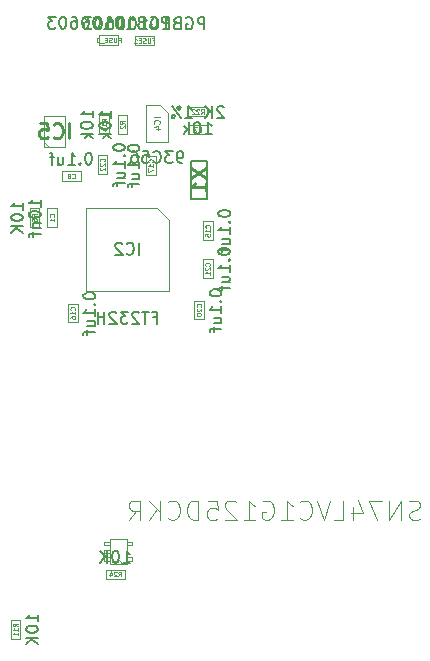
<source format=gbr>
G04 #@! TF.GenerationSoftware,KiCad,Pcbnew,(5.1.5-0-10_14)*
G04 #@! TF.CreationDate,2020-04-01T16:07:59-07:00*
G04 #@! TF.ProjectId,raptor,72617074-6f72-42e6-9b69-6361645f7063,rev?*
G04 #@! TF.SameCoordinates,Original*
G04 #@! TF.FileFunction,Other,Fab,Bot*
%FSLAX46Y46*%
G04 Gerber Fmt 4.6, Leading zero omitted, Abs format (unit mm)*
G04 Created by KiCad (PCBNEW (5.1.5-0-10_14)) date 2020-04-01 16:07:59*
%MOMM*%
%LPD*%
G04 APERTURE LIST*
%ADD10C,0.100000*%
%ADD11C,0.200000*%
%ADD12C,0.015000*%
%ADD13C,0.150000*%
%ADD14C,0.060000*%
%ADD15C,0.254000*%
%ADD16C,0.075000*%
G04 APERTURE END LIST*
D10*
X147944800Y-131866800D02*
G75*
G03X147335200Y-131866800I-304800J0D01*
G01*
X148833800Y-131587400D02*
X148351200Y-131587400D01*
X148833800Y-131308000D02*
X148833800Y-131587400D01*
X148351200Y-131308000D02*
X148833800Y-131308000D01*
X148351200Y-131587400D02*
X148351200Y-131308000D01*
X148351200Y-131866800D02*
X148351200Y-131587400D01*
X148833800Y-130292000D02*
X148351200Y-130292000D01*
X148833800Y-130012600D02*
X148833800Y-130292000D01*
X148351200Y-130012600D02*
X148833800Y-130012600D01*
X146446200Y-130012600D02*
X146928800Y-130012600D01*
X146446200Y-130292000D02*
X146446200Y-130012600D01*
X146928800Y-130292000D02*
X146446200Y-130292000D01*
X146928800Y-130012600D02*
X146928800Y-130292000D01*
X146928800Y-129733200D02*
X146928800Y-130012600D01*
X146446200Y-130647600D02*
X146928800Y-130647600D01*
X146446200Y-130952400D02*
X146446200Y-130647600D01*
X146928800Y-130952400D02*
X146446200Y-130952400D01*
X146446200Y-131308000D02*
X146928800Y-131308000D01*
X146446200Y-131587400D02*
X146446200Y-131308000D01*
X146928800Y-131587400D02*
X146446200Y-131587400D01*
X146928800Y-130647600D02*
X146928800Y-130292000D01*
X146928800Y-130952400D02*
X146928800Y-130647600D01*
X146928800Y-131308000D02*
X146928800Y-130952400D01*
X146928800Y-131587400D02*
X146928800Y-131308000D01*
X146928800Y-131866800D02*
X146928800Y-131587400D01*
X147335200Y-131866800D02*
X146928800Y-131866800D01*
X147944800Y-131866800D02*
X147335200Y-131866800D01*
X148351200Y-131866800D02*
X147944800Y-131866800D01*
X148351200Y-130292000D02*
X148351200Y-131308000D01*
X148351200Y-130012600D02*
X148351200Y-130292000D01*
X148351200Y-129733200D02*
X148351200Y-130012600D01*
X146928800Y-129733200D02*
X148351200Y-129733200D01*
X148180000Y-132340000D02*
X146580000Y-132340000D01*
X148180000Y-133140000D02*
X148180000Y-132340000D01*
X146580000Y-133140000D02*
X148180000Y-133140000D01*
X146580000Y-132340000D02*
X146580000Y-133140000D01*
X139338000Y-138214000D02*
X139338000Y-136614000D01*
X138538000Y-138214000D02*
X139338000Y-138214000D01*
X138538000Y-136614000D02*
X138538000Y-138214000D01*
X139338000Y-136614000D02*
X138538000Y-136614000D01*
X153570000Y-93980000D02*
X155170000Y-93980000D01*
X153570000Y-93180000D02*
X153570000Y-93980000D01*
X155170000Y-93180000D02*
X153570000Y-93180000D01*
X155170000Y-93980000D02*
X155170000Y-93180000D01*
X141340000Y-96150000D02*
X141740000Y-96550000D01*
X141340000Y-93950000D02*
X141340000Y-96550000D01*
X143140000Y-93950000D02*
X141340000Y-93950000D01*
X143140000Y-96550000D02*
X143140000Y-93950000D01*
X141340000Y-96550000D02*
X143140000Y-96550000D01*
D11*
X153830000Y-100950000D02*
X155130000Y-100950000D01*
X153830000Y-97750000D02*
X153830000Y-100950000D01*
X155130000Y-97750000D02*
X153830000Y-97750000D01*
X155130000Y-100950000D02*
X155130000Y-97750000D01*
D10*
X141630000Y-103350000D02*
X142430000Y-103350000D01*
X142430000Y-103350000D02*
X142430000Y-101750000D01*
X142430000Y-101750000D02*
X141630000Y-101750000D01*
X141630000Y-101750000D02*
X141630000Y-103350000D01*
X142850000Y-98630000D02*
X142850000Y-99430000D01*
X142850000Y-99430000D02*
X144450000Y-99430000D01*
X144450000Y-99430000D02*
X144450000Y-98630000D01*
X144450000Y-98630000D02*
X142850000Y-98630000D01*
X155620000Y-104450000D02*
X155620000Y-102850000D01*
X154820000Y-104450000D02*
X155620000Y-104450000D01*
X154820000Y-102850000D02*
X154820000Y-104450000D01*
X155620000Y-102850000D02*
X154820000Y-102850000D01*
X144198600Y-109818600D02*
X143398600Y-109818600D01*
X143398600Y-109818600D02*
X143398600Y-111418600D01*
X143398600Y-111418600D02*
X144198600Y-111418600D01*
X144198600Y-111418600D02*
X144198600Y-109818600D01*
X150002600Y-98921800D02*
X150802600Y-98921800D01*
X150802600Y-98921800D02*
X150802600Y-97321800D01*
X150802600Y-97321800D02*
X150002600Y-97321800D01*
X150002600Y-97321800D02*
X150002600Y-98921800D01*
X154879300Y-109564600D02*
X154079300Y-109564600D01*
X154079300Y-109564600D02*
X154079300Y-111164600D01*
X154079300Y-111164600D02*
X154879300Y-111164600D01*
X154879300Y-111164600D02*
X154879300Y-109564600D01*
X155610000Y-107670000D02*
X155610000Y-106070000D01*
X154810000Y-107670000D02*
X155610000Y-107670000D01*
X154810000Y-106070000D02*
X154810000Y-107670000D01*
X155610000Y-106070000D02*
X154810000Y-106070000D01*
X146703040Y-98845600D02*
X146703040Y-97245600D01*
X145903040Y-98845600D02*
X146703040Y-98845600D01*
X145903040Y-97245600D02*
X145903040Y-98845600D01*
X146703040Y-97245600D02*
X145903040Y-97245600D01*
X150640000Y-87170000D02*
X149040000Y-87170000D01*
X150640000Y-87970000D02*
X150640000Y-87170000D01*
X149040000Y-87970000D02*
X150640000Y-87970000D01*
X149040000Y-87170000D02*
X149040000Y-87970000D01*
X146020000Y-87120000D02*
X146020000Y-87920000D01*
X146020000Y-87920000D02*
X147620000Y-87920000D01*
X147620000Y-87920000D02*
X147620000Y-87120000D01*
X147620000Y-87120000D02*
X146020000Y-87120000D01*
X150908600Y-101716100D02*
X144908600Y-101716100D01*
X144908600Y-101716100D02*
X144908600Y-108716100D01*
X144908600Y-108716100D02*
X151908600Y-108716100D01*
X151908600Y-108716100D02*
X151908600Y-102716100D01*
X151908600Y-102716100D02*
X150908600Y-101716100D01*
X151819700Y-93650000D02*
X151169700Y-93000000D01*
X150019700Y-93000000D02*
X151169700Y-93000000D01*
X151819700Y-93650000D02*
X151819700Y-96100000D01*
X150019700Y-96100000D02*
X151819700Y-96100000D01*
X150019700Y-93000000D02*
X150019700Y-96100000D01*
X147590000Y-95470000D02*
X148390000Y-95470000D01*
X148390000Y-95470000D02*
X148390000Y-93870000D01*
X148390000Y-93870000D02*
X147590000Y-93870000D01*
X147590000Y-93870000D02*
X147590000Y-95470000D01*
X140137240Y-103356640D02*
X140937240Y-103356640D01*
X140937240Y-103356640D02*
X140937240Y-101756640D01*
X140937240Y-101756640D02*
X140137240Y-101756640D01*
X140137240Y-101756640D02*
X140137240Y-103356640D01*
X155160000Y-94700000D02*
X153560000Y-94700000D01*
X155160000Y-95500000D02*
X155160000Y-94700000D01*
X153560000Y-95500000D02*
X155160000Y-95500000D01*
X153560000Y-94700000D02*
X153560000Y-95500000D01*
X146038760Y-93852400D02*
X146038760Y-95452400D01*
X146838760Y-93852400D02*
X146038760Y-93852400D01*
X146838760Y-95452400D02*
X146838760Y-93852400D01*
X146038760Y-95452400D02*
X146838760Y-95452400D01*
D12*
X173167340Y-128058123D02*
X172932876Y-128136277D01*
X172542104Y-128136277D01*
X172385795Y-128058123D01*
X172307640Y-127979968D01*
X172229486Y-127823659D01*
X172229486Y-127667350D01*
X172307640Y-127511041D01*
X172385795Y-127432887D01*
X172542104Y-127354732D01*
X172854722Y-127276578D01*
X173011031Y-127198423D01*
X173089185Y-127120269D01*
X173167340Y-126963960D01*
X173167340Y-126807651D01*
X173089185Y-126651342D01*
X173011031Y-126573188D01*
X172854722Y-126495033D01*
X172463949Y-126495033D01*
X172229486Y-126573188D01*
X171526096Y-128136277D02*
X171526096Y-126495033D01*
X170588242Y-128136277D01*
X170588242Y-126495033D01*
X169963006Y-126495033D02*
X168868843Y-126495033D01*
X169572234Y-128136277D01*
X167540217Y-127042114D02*
X167540217Y-128136277D01*
X167930990Y-126416879D02*
X168321762Y-127589196D01*
X167305754Y-127589196D01*
X165898973Y-128136277D02*
X166680518Y-128136277D01*
X166680518Y-126495033D01*
X165586355Y-126495033D02*
X165039274Y-128136277D01*
X164492193Y-126495033D01*
X163007258Y-127979968D02*
X163085412Y-128058123D01*
X163319876Y-128136277D01*
X163476184Y-128136277D01*
X163710648Y-128058123D01*
X163866957Y-127901814D01*
X163945111Y-127745505D01*
X164023266Y-127432887D01*
X164023266Y-127198423D01*
X163945111Y-126885805D01*
X163866957Y-126729496D01*
X163710648Y-126573188D01*
X163476184Y-126495033D01*
X163319876Y-126495033D01*
X163085412Y-126573188D01*
X163007258Y-126651342D01*
X161444168Y-128136277D02*
X162382022Y-128136277D01*
X161913095Y-128136277D02*
X161913095Y-126495033D01*
X162069404Y-126729496D01*
X162225713Y-126885805D01*
X162382022Y-126963960D01*
X159881079Y-126573188D02*
X160037388Y-126495033D01*
X160271851Y-126495033D01*
X160506314Y-126573188D01*
X160662623Y-126729496D01*
X160740778Y-126885805D01*
X160818932Y-127198423D01*
X160818932Y-127432887D01*
X160740778Y-127745505D01*
X160662623Y-127901814D01*
X160506314Y-128058123D01*
X160271851Y-128136277D01*
X160115542Y-128136277D01*
X159881079Y-128058123D01*
X159802924Y-127979968D01*
X159802924Y-127432887D01*
X160115542Y-127432887D01*
X158239835Y-128136277D02*
X159177688Y-128136277D01*
X158708761Y-128136277D02*
X158708761Y-126495033D01*
X158865070Y-126729496D01*
X159021379Y-126885805D01*
X159177688Y-126963960D01*
X157614599Y-126651342D02*
X157536444Y-126573188D01*
X157380135Y-126495033D01*
X156989363Y-126495033D01*
X156833054Y-126573188D01*
X156754900Y-126651342D01*
X156676745Y-126807651D01*
X156676745Y-126963960D01*
X156754900Y-127198423D01*
X157692753Y-128136277D01*
X156676745Y-128136277D01*
X155191810Y-126495033D02*
X155973355Y-126495033D01*
X156051509Y-127276578D01*
X155973355Y-127198423D01*
X155817046Y-127120269D01*
X155426273Y-127120269D01*
X155269964Y-127198423D01*
X155191810Y-127276578D01*
X155113656Y-127432887D01*
X155113656Y-127823659D01*
X155191810Y-127979968D01*
X155269964Y-128058123D01*
X155426273Y-128136277D01*
X155817046Y-128136277D01*
X155973355Y-128058123D01*
X156051509Y-127979968D01*
X154410265Y-128136277D02*
X154410265Y-126495033D01*
X154019493Y-126495033D01*
X153785029Y-126573188D01*
X153628720Y-126729496D01*
X153550566Y-126885805D01*
X153472412Y-127198423D01*
X153472412Y-127432887D01*
X153550566Y-127745505D01*
X153628720Y-127901814D01*
X153785029Y-128058123D01*
X154019493Y-128136277D01*
X154410265Y-128136277D01*
X151831168Y-127979968D02*
X151909322Y-128058123D01*
X152143785Y-128136277D01*
X152300094Y-128136277D01*
X152534558Y-128058123D01*
X152690867Y-127901814D01*
X152769021Y-127745505D01*
X152847176Y-127432887D01*
X152847176Y-127198423D01*
X152769021Y-126885805D01*
X152690867Y-126729496D01*
X152534558Y-126573188D01*
X152300094Y-126495033D01*
X152143785Y-126495033D01*
X151909322Y-126573188D01*
X151831168Y-126651342D01*
X151127777Y-128136277D02*
X151127777Y-126495033D01*
X150189924Y-128136277D02*
X150893314Y-127198423D01*
X150189924Y-126495033D02*
X151127777Y-127432887D01*
X148548680Y-128136277D02*
X149095761Y-127354732D01*
X149486533Y-128136277D02*
X149486533Y-126495033D01*
X148861297Y-126495033D01*
X148704988Y-126573188D01*
X148626834Y-126651342D01*
X148548680Y-126807651D01*
X148548680Y-127042114D01*
X148626834Y-127198423D01*
X148704988Y-127276578D01*
X148861297Y-127354732D01*
X149486533Y-127354732D01*
D13*
X148070476Y-131762380D02*
X148641904Y-131762380D01*
X148356190Y-131762380D02*
X148356190Y-130762380D01*
X148451428Y-130905238D01*
X148546666Y-131000476D01*
X148641904Y-131048095D01*
X147451428Y-130762380D02*
X147356190Y-130762380D01*
X147260952Y-130810000D01*
X147213333Y-130857619D01*
X147165714Y-130952857D01*
X147118095Y-131143333D01*
X147118095Y-131381428D01*
X147165714Y-131571904D01*
X147213333Y-131667142D01*
X147260952Y-131714761D01*
X147356190Y-131762380D01*
X147451428Y-131762380D01*
X147546666Y-131714761D01*
X147594285Y-131667142D01*
X147641904Y-131571904D01*
X147689523Y-131381428D01*
X147689523Y-131143333D01*
X147641904Y-130952857D01*
X147594285Y-130857619D01*
X147546666Y-130810000D01*
X147451428Y-130762380D01*
X146689523Y-131762380D02*
X146689523Y-130762380D01*
X146118095Y-131762380D02*
X146546666Y-131190952D01*
X146118095Y-130762380D02*
X146689523Y-131333809D01*
D14*
X147637142Y-132920952D02*
X147770476Y-132730476D01*
X147865714Y-132920952D02*
X147865714Y-132520952D01*
X147713333Y-132520952D01*
X147675238Y-132540000D01*
X147656190Y-132559047D01*
X147637142Y-132597142D01*
X147637142Y-132654285D01*
X147656190Y-132692380D01*
X147675238Y-132711428D01*
X147713333Y-132730476D01*
X147865714Y-132730476D01*
X147484761Y-132559047D02*
X147465714Y-132540000D01*
X147427619Y-132520952D01*
X147332380Y-132520952D01*
X147294285Y-132540000D01*
X147275238Y-132559047D01*
X147256190Y-132597142D01*
X147256190Y-132635238D01*
X147275238Y-132692380D01*
X147503809Y-132920952D01*
X147256190Y-132920952D01*
X146913333Y-132654285D02*
X146913333Y-132920952D01*
X147008571Y-132501904D02*
X147103809Y-132787619D01*
X146856190Y-132787619D01*
D13*
X140820380Y-136723523D02*
X140820380Y-136152095D01*
X140820380Y-136437809D02*
X139820380Y-136437809D01*
X139963238Y-136342571D01*
X140058476Y-136247333D01*
X140106095Y-136152095D01*
X139820380Y-137342571D02*
X139820380Y-137437809D01*
X139868000Y-137533047D01*
X139915619Y-137580666D01*
X140010857Y-137628285D01*
X140201333Y-137675904D01*
X140439428Y-137675904D01*
X140629904Y-137628285D01*
X140725142Y-137580666D01*
X140772761Y-137533047D01*
X140820380Y-137437809D01*
X140820380Y-137342571D01*
X140772761Y-137247333D01*
X140725142Y-137199714D01*
X140629904Y-137152095D01*
X140439428Y-137104476D01*
X140201333Y-137104476D01*
X140010857Y-137152095D01*
X139915619Y-137199714D01*
X139868000Y-137247333D01*
X139820380Y-137342571D01*
X140820380Y-138104476D02*
X139820380Y-138104476D01*
X140820380Y-138675904D02*
X140248952Y-138247333D01*
X139820380Y-138675904D02*
X140391809Y-138104476D01*
D14*
X139118952Y-137156857D02*
X138928476Y-137023523D01*
X139118952Y-136928285D02*
X138718952Y-136928285D01*
X138718952Y-137080666D01*
X138738000Y-137118761D01*
X138757047Y-137137809D01*
X138795142Y-137156857D01*
X138852285Y-137156857D01*
X138890380Y-137137809D01*
X138909428Y-137118761D01*
X138928476Y-137080666D01*
X138928476Y-136928285D01*
X139118952Y-137537809D02*
X139118952Y-137309238D01*
X139118952Y-137423523D02*
X138718952Y-137423523D01*
X138776095Y-137385428D01*
X138814190Y-137347333D01*
X138833238Y-137309238D01*
X139118952Y-137918761D02*
X139118952Y-137690190D01*
X139118952Y-137804476D02*
X138718952Y-137804476D01*
X138776095Y-137766380D01*
X138814190Y-137728285D01*
X138833238Y-137690190D01*
D13*
X154965238Y-95462380D02*
X155536666Y-95462380D01*
X155250952Y-95462380D02*
X155250952Y-94462380D01*
X155346190Y-94605238D01*
X155441428Y-94700476D01*
X155536666Y-94748095D01*
X154346190Y-94462380D02*
X154250952Y-94462380D01*
X154155714Y-94510000D01*
X154108095Y-94557619D01*
X154060476Y-94652857D01*
X154012857Y-94843333D01*
X154012857Y-95081428D01*
X154060476Y-95271904D01*
X154108095Y-95367142D01*
X154155714Y-95414761D01*
X154250952Y-95462380D01*
X154346190Y-95462380D01*
X154441428Y-95414761D01*
X154489047Y-95367142D01*
X154536666Y-95271904D01*
X154584285Y-95081428D01*
X154584285Y-94843333D01*
X154536666Y-94652857D01*
X154489047Y-94557619D01*
X154441428Y-94510000D01*
X154346190Y-94462380D01*
X153584285Y-95462380D02*
X153584285Y-94462380D01*
X153489047Y-95081428D02*
X153203333Y-95462380D01*
X153203333Y-94795714D02*
X153584285Y-95176666D01*
D14*
X154627142Y-93760952D02*
X154760476Y-93570476D01*
X154855714Y-93760952D02*
X154855714Y-93360952D01*
X154703333Y-93360952D01*
X154665238Y-93380000D01*
X154646190Y-93399047D01*
X154627142Y-93437142D01*
X154627142Y-93494285D01*
X154646190Y-93532380D01*
X154665238Y-93551428D01*
X154703333Y-93570476D01*
X154855714Y-93570476D01*
X154474761Y-93399047D02*
X154455714Y-93380000D01*
X154417619Y-93360952D01*
X154322380Y-93360952D01*
X154284285Y-93380000D01*
X154265238Y-93399047D01*
X154246190Y-93437142D01*
X154246190Y-93475238D01*
X154265238Y-93532380D01*
X154493809Y-93760952D01*
X154246190Y-93760952D01*
X154093809Y-93399047D02*
X154074761Y-93380000D01*
X154036666Y-93360952D01*
X153941428Y-93360952D01*
X153903333Y-93380000D01*
X153884285Y-93399047D01*
X153865238Y-93437142D01*
X153865238Y-93475238D01*
X153884285Y-93532380D01*
X154112857Y-93760952D01*
X153865238Y-93760952D01*
D15*
X143479761Y-95824523D02*
X143479761Y-94554523D01*
X142149285Y-95703571D02*
X142209761Y-95764047D01*
X142391190Y-95824523D01*
X142512142Y-95824523D01*
X142693571Y-95764047D01*
X142814523Y-95643095D01*
X142875000Y-95522142D01*
X142935476Y-95280238D01*
X142935476Y-95098809D01*
X142875000Y-94856904D01*
X142814523Y-94735952D01*
X142693571Y-94615000D01*
X142512142Y-94554523D01*
X142391190Y-94554523D01*
X142209761Y-94615000D01*
X142149285Y-94675476D01*
X141000238Y-94554523D02*
X141605000Y-94554523D01*
X141665476Y-95159285D01*
X141605000Y-95098809D01*
X141484047Y-95038333D01*
X141181666Y-95038333D01*
X141060714Y-95098809D01*
X141000238Y-95159285D01*
X140939761Y-95280238D01*
X140939761Y-95582619D01*
X141000238Y-95703571D01*
X141060714Y-95764047D01*
X141181666Y-95824523D01*
X141484047Y-95824523D01*
X141605000Y-95764047D01*
X141665476Y-95703571D01*
X153784523Y-98321904D02*
X155054523Y-99168571D01*
X153784523Y-99168571D02*
X155054523Y-98321904D01*
X155054523Y-100317619D02*
X155054523Y-99591904D01*
X155054523Y-99954761D02*
X153784523Y-99954761D01*
X153965952Y-99833809D01*
X154086904Y-99712857D01*
X154147380Y-99591904D01*
D13*
X141052380Y-101621428D02*
X141052380Y-101050000D01*
X141052380Y-101335714D02*
X140052380Y-101335714D01*
X140195238Y-101240476D01*
X140290476Y-101145238D01*
X140338095Y-101050000D01*
X140052380Y-102240476D02*
X140052380Y-102335714D01*
X140100000Y-102430952D01*
X140147619Y-102478571D01*
X140242857Y-102526190D01*
X140433333Y-102573809D01*
X140671428Y-102573809D01*
X140861904Y-102526190D01*
X140957142Y-102478571D01*
X141004761Y-102430952D01*
X141052380Y-102335714D01*
X141052380Y-102240476D01*
X141004761Y-102145238D01*
X140957142Y-102097619D01*
X140861904Y-102050000D01*
X140671428Y-102002380D01*
X140433333Y-102002380D01*
X140242857Y-102050000D01*
X140147619Y-102097619D01*
X140100000Y-102145238D01*
X140052380Y-102240476D01*
X140385714Y-103002380D02*
X141052380Y-103002380D01*
X140480952Y-103002380D02*
X140433333Y-103050000D01*
X140385714Y-103145238D01*
X140385714Y-103288095D01*
X140433333Y-103383333D01*
X140528571Y-103430952D01*
X141052380Y-103430952D01*
X140385714Y-103764285D02*
X140385714Y-104145238D01*
X141052380Y-103907142D02*
X140195238Y-103907142D01*
X140100000Y-103954761D01*
X140052380Y-104050000D01*
X140052380Y-104145238D01*
D14*
X142172857Y-102483333D02*
X142191904Y-102464285D01*
X142210952Y-102407142D01*
X142210952Y-102369047D01*
X142191904Y-102311904D01*
X142153809Y-102273809D01*
X142115714Y-102254761D01*
X142039523Y-102235714D01*
X141982380Y-102235714D01*
X141906190Y-102254761D01*
X141868095Y-102273809D01*
X141830000Y-102311904D01*
X141810952Y-102369047D01*
X141810952Y-102407142D01*
X141830000Y-102464285D01*
X141849047Y-102483333D01*
X142210952Y-102864285D02*
X142210952Y-102635714D01*
X142210952Y-102750000D02*
X141810952Y-102750000D01*
X141868095Y-102711904D01*
X141906190Y-102673809D01*
X141925238Y-102635714D01*
D13*
X145150000Y-97052380D02*
X145054761Y-97052380D01*
X144959523Y-97100000D01*
X144911904Y-97147619D01*
X144864285Y-97242857D01*
X144816666Y-97433333D01*
X144816666Y-97671428D01*
X144864285Y-97861904D01*
X144911904Y-97957142D01*
X144959523Y-98004761D01*
X145054761Y-98052380D01*
X145150000Y-98052380D01*
X145245238Y-98004761D01*
X145292857Y-97957142D01*
X145340476Y-97861904D01*
X145388095Y-97671428D01*
X145388095Y-97433333D01*
X145340476Y-97242857D01*
X145292857Y-97147619D01*
X145245238Y-97100000D01*
X145150000Y-97052380D01*
X144388095Y-97957142D02*
X144340476Y-98004761D01*
X144388095Y-98052380D01*
X144435714Y-98004761D01*
X144388095Y-97957142D01*
X144388095Y-98052380D01*
X143388095Y-98052380D02*
X143959523Y-98052380D01*
X143673809Y-98052380D02*
X143673809Y-97052380D01*
X143769047Y-97195238D01*
X143864285Y-97290476D01*
X143959523Y-97338095D01*
X142530952Y-97385714D02*
X142530952Y-98052380D01*
X142959523Y-97385714D02*
X142959523Y-97909523D01*
X142911904Y-98004761D01*
X142816666Y-98052380D01*
X142673809Y-98052380D01*
X142578571Y-98004761D01*
X142530952Y-97957142D01*
X142197619Y-97385714D02*
X141816666Y-97385714D01*
X142054761Y-98052380D02*
X142054761Y-97195238D01*
X142007142Y-97100000D01*
X141911904Y-97052380D01*
X141816666Y-97052380D01*
D14*
X143716666Y-99172857D02*
X143735714Y-99191904D01*
X143792857Y-99210952D01*
X143830952Y-99210952D01*
X143888095Y-99191904D01*
X143926190Y-99153809D01*
X143945238Y-99115714D01*
X143964285Y-99039523D01*
X143964285Y-98982380D01*
X143945238Y-98906190D01*
X143926190Y-98868095D01*
X143888095Y-98830000D01*
X143830952Y-98810952D01*
X143792857Y-98810952D01*
X143735714Y-98830000D01*
X143716666Y-98849047D01*
X143488095Y-98982380D02*
X143526190Y-98963333D01*
X143545238Y-98944285D01*
X143564285Y-98906190D01*
X143564285Y-98887142D01*
X143545238Y-98849047D01*
X143526190Y-98830000D01*
X143488095Y-98810952D01*
X143411904Y-98810952D01*
X143373809Y-98830000D01*
X143354761Y-98849047D01*
X143335714Y-98887142D01*
X143335714Y-98906190D01*
X143354761Y-98944285D01*
X143373809Y-98963333D01*
X143411904Y-98982380D01*
X143488095Y-98982380D01*
X143526190Y-99001428D01*
X143545238Y-99020476D01*
X143564285Y-99058571D01*
X143564285Y-99134761D01*
X143545238Y-99172857D01*
X143526190Y-99191904D01*
X143488095Y-99210952D01*
X143411904Y-99210952D01*
X143373809Y-99191904D01*
X143354761Y-99172857D01*
X143335714Y-99134761D01*
X143335714Y-99058571D01*
X143354761Y-99020476D01*
X143373809Y-99001428D01*
X143411904Y-98982380D01*
D13*
X156102380Y-102150000D02*
X156102380Y-102245238D01*
X156150000Y-102340476D01*
X156197619Y-102388095D01*
X156292857Y-102435714D01*
X156483333Y-102483333D01*
X156721428Y-102483333D01*
X156911904Y-102435714D01*
X157007142Y-102388095D01*
X157054761Y-102340476D01*
X157102380Y-102245238D01*
X157102380Y-102150000D01*
X157054761Y-102054761D01*
X157007142Y-102007142D01*
X156911904Y-101959523D01*
X156721428Y-101911904D01*
X156483333Y-101911904D01*
X156292857Y-101959523D01*
X156197619Y-102007142D01*
X156150000Y-102054761D01*
X156102380Y-102150000D01*
X157007142Y-102911904D02*
X157054761Y-102959523D01*
X157102380Y-102911904D01*
X157054761Y-102864285D01*
X157007142Y-102911904D01*
X157102380Y-102911904D01*
X157102380Y-103911904D02*
X157102380Y-103340476D01*
X157102380Y-103626190D02*
X156102380Y-103626190D01*
X156245238Y-103530952D01*
X156340476Y-103435714D01*
X156388095Y-103340476D01*
X156435714Y-104769047D02*
X157102380Y-104769047D01*
X156435714Y-104340476D02*
X156959523Y-104340476D01*
X157054761Y-104388095D01*
X157102380Y-104483333D01*
X157102380Y-104626190D01*
X157054761Y-104721428D01*
X157007142Y-104769047D01*
X156435714Y-105102380D02*
X156435714Y-105483333D01*
X157102380Y-105245238D02*
X156245238Y-105245238D01*
X156150000Y-105292857D01*
X156102380Y-105388095D01*
X156102380Y-105483333D01*
D14*
X155362857Y-103392857D02*
X155381904Y-103373809D01*
X155400952Y-103316666D01*
X155400952Y-103278571D01*
X155381904Y-103221428D01*
X155343809Y-103183333D01*
X155305714Y-103164285D01*
X155229523Y-103145238D01*
X155172380Y-103145238D01*
X155096190Y-103164285D01*
X155058095Y-103183333D01*
X155020000Y-103221428D01*
X155000952Y-103278571D01*
X155000952Y-103316666D01*
X155020000Y-103373809D01*
X155039047Y-103392857D01*
X155400952Y-103773809D02*
X155400952Y-103545238D01*
X155400952Y-103659523D02*
X155000952Y-103659523D01*
X155058095Y-103621428D01*
X155096190Y-103583333D01*
X155115238Y-103545238D01*
X155000952Y-104135714D02*
X155000952Y-103945238D01*
X155191428Y-103926190D01*
X155172380Y-103945238D01*
X155153333Y-103983333D01*
X155153333Y-104078571D01*
X155172380Y-104116666D01*
X155191428Y-104135714D01*
X155229523Y-104154761D01*
X155324761Y-104154761D01*
X155362857Y-104135714D01*
X155381904Y-104116666D01*
X155400952Y-104078571D01*
X155400952Y-103983333D01*
X155381904Y-103945238D01*
X155362857Y-103926190D01*
D13*
X144680980Y-109118600D02*
X144680980Y-109213838D01*
X144728600Y-109309076D01*
X144776219Y-109356695D01*
X144871457Y-109404314D01*
X145061933Y-109451933D01*
X145300028Y-109451933D01*
X145490504Y-109404314D01*
X145585742Y-109356695D01*
X145633361Y-109309076D01*
X145680980Y-109213838D01*
X145680980Y-109118600D01*
X145633361Y-109023361D01*
X145585742Y-108975742D01*
X145490504Y-108928123D01*
X145300028Y-108880504D01*
X145061933Y-108880504D01*
X144871457Y-108928123D01*
X144776219Y-108975742D01*
X144728600Y-109023361D01*
X144680980Y-109118600D01*
X145585742Y-109880504D02*
X145633361Y-109928123D01*
X145680980Y-109880504D01*
X145633361Y-109832885D01*
X145585742Y-109880504D01*
X145680980Y-109880504D01*
X145680980Y-110880504D02*
X145680980Y-110309076D01*
X145680980Y-110594790D02*
X144680980Y-110594790D01*
X144823838Y-110499552D01*
X144919076Y-110404314D01*
X144966695Y-110309076D01*
X145014314Y-111737647D02*
X145680980Y-111737647D01*
X145014314Y-111309076D02*
X145538123Y-111309076D01*
X145633361Y-111356695D01*
X145680980Y-111451933D01*
X145680980Y-111594790D01*
X145633361Y-111690028D01*
X145585742Y-111737647D01*
X145014314Y-112070980D02*
X145014314Y-112451933D01*
X145680980Y-112213838D02*
X144823838Y-112213838D01*
X144728600Y-112261457D01*
X144680980Y-112356695D01*
X144680980Y-112451933D01*
D14*
X143941457Y-110361457D02*
X143960504Y-110342409D01*
X143979552Y-110285266D01*
X143979552Y-110247171D01*
X143960504Y-110190028D01*
X143922409Y-110151933D01*
X143884314Y-110132885D01*
X143808123Y-110113838D01*
X143750980Y-110113838D01*
X143674790Y-110132885D01*
X143636695Y-110151933D01*
X143598600Y-110190028D01*
X143579552Y-110247171D01*
X143579552Y-110285266D01*
X143598600Y-110342409D01*
X143617647Y-110361457D01*
X143979552Y-110742409D02*
X143979552Y-110513838D01*
X143979552Y-110628123D02*
X143579552Y-110628123D01*
X143636695Y-110590028D01*
X143674790Y-110551933D01*
X143693838Y-110513838D01*
X143579552Y-111085266D02*
X143579552Y-111009076D01*
X143598600Y-110970980D01*
X143617647Y-110951933D01*
X143674790Y-110913838D01*
X143750980Y-110894790D01*
X143903361Y-110894790D01*
X143941457Y-110913838D01*
X143960504Y-110932885D01*
X143979552Y-110970980D01*
X143979552Y-111047171D01*
X143960504Y-111085266D01*
X143941457Y-111104314D01*
X143903361Y-111123361D01*
X143808123Y-111123361D01*
X143770028Y-111104314D01*
X143750980Y-111085266D01*
X143731933Y-111047171D01*
X143731933Y-110970980D01*
X143750980Y-110932885D01*
X143770028Y-110913838D01*
X143808123Y-110894790D01*
D13*
X148424980Y-96621800D02*
X148424980Y-96717038D01*
X148472600Y-96812276D01*
X148520219Y-96859895D01*
X148615457Y-96907514D01*
X148805933Y-96955133D01*
X149044028Y-96955133D01*
X149234504Y-96907514D01*
X149329742Y-96859895D01*
X149377361Y-96812276D01*
X149424980Y-96717038D01*
X149424980Y-96621800D01*
X149377361Y-96526561D01*
X149329742Y-96478942D01*
X149234504Y-96431323D01*
X149044028Y-96383704D01*
X148805933Y-96383704D01*
X148615457Y-96431323D01*
X148520219Y-96478942D01*
X148472600Y-96526561D01*
X148424980Y-96621800D01*
X149329742Y-97383704D02*
X149377361Y-97431323D01*
X149424980Y-97383704D01*
X149377361Y-97336085D01*
X149329742Y-97383704D01*
X149424980Y-97383704D01*
X149424980Y-98383704D02*
X149424980Y-97812276D01*
X149424980Y-98097990D02*
X148424980Y-98097990D01*
X148567838Y-98002752D01*
X148663076Y-97907514D01*
X148710695Y-97812276D01*
X148758314Y-99240847D02*
X149424980Y-99240847D01*
X148758314Y-98812276D02*
X149282123Y-98812276D01*
X149377361Y-98859895D01*
X149424980Y-98955133D01*
X149424980Y-99097990D01*
X149377361Y-99193228D01*
X149329742Y-99240847D01*
X148758314Y-99574180D02*
X148758314Y-99955133D01*
X149424980Y-99717038D02*
X148567838Y-99717038D01*
X148472600Y-99764657D01*
X148424980Y-99859895D01*
X148424980Y-99955133D01*
D14*
X150545457Y-97864657D02*
X150564504Y-97845609D01*
X150583552Y-97788466D01*
X150583552Y-97750371D01*
X150564504Y-97693228D01*
X150526409Y-97655133D01*
X150488314Y-97636085D01*
X150412123Y-97617038D01*
X150354980Y-97617038D01*
X150278790Y-97636085D01*
X150240695Y-97655133D01*
X150202600Y-97693228D01*
X150183552Y-97750371D01*
X150183552Y-97788466D01*
X150202600Y-97845609D01*
X150221647Y-97864657D01*
X150583552Y-98245609D02*
X150583552Y-98017038D01*
X150583552Y-98131323D02*
X150183552Y-98131323D01*
X150240695Y-98093228D01*
X150278790Y-98055133D01*
X150297838Y-98017038D01*
X150183552Y-98378942D02*
X150183552Y-98645609D01*
X150583552Y-98474180D01*
D13*
X155361680Y-108864600D02*
X155361680Y-108959838D01*
X155409300Y-109055076D01*
X155456919Y-109102695D01*
X155552157Y-109150314D01*
X155742633Y-109197933D01*
X155980728Y-109197933D01*
X156171204Y-109150314D01*
X156266442Y-109102695D01*
X156314061Y-109055076D01*
X156361680Y-108959838D01*
X156361680Y-108864600D01*
X156314061Y-108769361D01*
X156266442Y-108721742D01*
X156171204Y-108674123D01*
X155980728Y-108626504D01*
X155742633Y-108626504D01*
X155552157Y-108674123D01*
X155456919Y-108721742D01*
X155409300Y-108769361D01*
X155361680Y-108864600D01*
X156266442Y-109626504D02*
X156314061Y-109674123D01*
X156361680Y-109626504D01*
X156314061Y-109578885D01*
X156266442Y-109626504D01*
X156361680Y-109626504D01*
X156361680Y-110626504D02*
X156361680Y-110055076D01*
X156361680Y-110340790D02*
X155361680Y-110340790D01*
X155504538Y-110245552D01*
X155599776Y-110150314D01*
X155647395Y-110055076D01*
X155695014Y-111483647D02*
X156361680Y-111483647D01*
X155695014Y-111055076D02*
X156218823Y-111055076D01*
X156314061Y-111102695D01*
X156361680Y-111197933D01*
X156361680Y-111340790D01*
X156314061Y-111436028D01*
X156266442Y-111483647D01*
X155695014Y-111816980D02*
X155695014Y-112197933D01*
X156361680Y-111959838D02*
X155504538Y-111959838D01*
X155409300Y-112007457D01*
X155361680Y-112102695D01*
X155361680Y-112197933D01*
D14*
X154622157Y-110107457D02*
X154641204Y-110088409D01*
X154660252Y-110031266D01*
X154660252Y-109993171D01*
X154641204Y-109936028D01*
X154603109Y-109897933D01*
X154565014Y-109878885D01*
X154488823Y-109859838D01*
X154431680Y-109859838D01*
X154355490Y-109878885D01*
X154317395Y-109897933D01*
X154279300Y-109936028D01*
X154260252Y-109993171D01*
X154260252Y-110031266D01*
X154279300Y-110088409D01*
X154298347Y-110107457D01*
X154298347Y-110259838D02*
X154279300Y-110278885D01*
X154260252Y-110316980D01*
X154260252Y-110412219D01*
X154279300Y-110450314D01*
X154298347Y-110469361D01*
X154336442Y-110488409D01*
X154374538Y-110488409D01*
X154431680Y-110469361D01*
X154660252Y-110240790D01*
X154660252Y-110488409D01*
X154260252Y-110736028D02*
X154260252Y-110774123D01*
X154279300Y-110812219D01*
X154298347Y-110831266D01*
X154336442Y-110850314D01*
X154412633Y-110869361D01*
X154507871Y-110869361D01*
X154584061Y-110850314D01*
X154622157Y-110831266D01*
X154641204Y-110812219D01*
X154660252Y-110774123D01*
X154660252Y-110736028D01*
X154641204Y-110697933D01*
X154622157Y-110678885D01*
X154584061Y-110659838D01*
X154507871Y-110640790D01*
X154412633Y-110640790D01*
X154336442Y-110659838D01*
X154298347Y-110678885D01*
X154279300Y-110697933D01*
X154260252Y-110736028D01*
D13*
X156092380Y-105370000D02*
X156092380Y-105465238D01*
X156140000Y-105560476D01*
X156187619Y-105608095D01*
X156282857Y-105655714D01*
X156473333Y-105703333D01*
X156711428Y-105703333D01*
X156901904Y-105655714D01*
X156997142Y-105608095D01*
X157044761Y-105560476D01*
X157092380Y-105465238D01*
X157092380Y-105370000D01*
X157044761Y-105274761D01*
X156997142Y-105227142D01*
X156901904Y-105179523D01*
X156711428Y-105131904D01*
X156473333Y-105131904D01*
X156282857Y-105179523D01*
X156187619Y-105227142D01*
X156140000Y-105274761D01*
X156092380Y-105370000D01*
X156997142Y-106131904D02*
X157044761Y-106179523D01*
X157092380Y-106131904D01*
X157044761Y-106084285D01*
X156997142Y-106131904D01*
X157092380Y-106131904D01*
X157092380Y-107131904D02*
X157092380Y-106560476D01*
X157092380Y-106846190D02*
X156092380Y-106846190D01*
X156235238Y-106750952D01*
X156330476Y-106655714D01*
X156378095Y-106560476D01*
X156425714Y-107989047D02*
X157092380Y-107989047D01*
X156425714Y-107560476D02*
X156949523Y-107560476D01*
X157044761Y-107608095D01*
X157092380Y-107703333D01*
X157092380Y-107846190D01*
X157044761Y-107941428D01*
X156997142Y-107989047D01*
X156425714Y-108322380D02*
X156425714Y-108703333D01*
X157092380Y-108465238D02*
X156235238Y-108465238D01*
X156140000Y-108512857D01*
X156092380Y-108608095D01*
X156092380Y-108703333D01*
D14*
X155352857Y-106612857D02*
X155371904Y-106593809D01*
X155390952Y-106536666D01*
X155390952Y-106498571D01*
X155371904Y-106441428D01*
X155333809Y-106403333D01*
X155295714Y-106384285D01*
X155219523Y-106365238D01*
X155162380Y-106365238D01*
X155086190Y-106384285D01*
X155048095Y-106403333D01*
X155010000Y-106441428D01*
X154990952Y-106498571D01*
X154990952Y-106536666D01*
X155010000Y-106593809D01*
X155029047Y-106612857D01*
X155029047Y-106765238D02*
X155010000Y-106784285D01*
X154990952Y-106822380D01*
X154990952Y-106917619D01*
X155010000Y-106955714D01*
X155029047Y-106974761D01*
X155067142Y-106993809D01*
X155105238Y-106993809D01*
X155162380Y-106974761D01*
X155390952Y-106746190D01*
X155390952Y-106993809D01*
X155390952Y-107374761D02*
X155390952Y-107146190D01*
X155390952Y-107260476D02*
X154990952Y-107260476D01*
X155048095Y-107222380D01*
X155086190Y-107184285D01*
X155105238Y-107146190D01*
D13*
X147185420Y-96545600D02*
X147185420Y-96640838D01*
X147233040Y-96736076D01*
X147280659Y-96783695D01*
X147375897Y-96831314D01*
X147566373Y-96878933D01*
X147804468Y-96878933D01*
X147994944Y-96831314D01*
X148090182Y-96783695D01*
X148137801Y-96736076D01*
X148185420Y-96640838D01*
X148185420Y-96545600D01*
X148137801Y-96450361D01*
X148090182Y-96402742D01*
X147994944Y-96355123D01*
X147804468Y-96307504D01*
X147566373Y-96307504D01*
X147375897Y-96355123D01*
X147280659Y-96402742D01*
X147233040Y-96450361D01*
X147185420Y-96545600D01*
X148090182Y-97307504D02*
X148137801Y-97355123D01*
X148185420Y-97307504D01*
X148137801Y-97259885D01*
X148090182Y-97307504D01*
X148185420Y-97307504D01*
X148185420Y-98307504D02*
X148185420Y-97736076D01*
X148185420Y-98021790D02*
X147185420Y-98021790D01*
X147328278Y-97926552D01*
X147423516Y-97831314D01*
X147471135Y-97736076D01*
X147518754Y-99164647D02*
X148185420Y-99164647D01*
X147518754Y-98736076D02*
X148042563Y-98736076D01*
X148137801Y-98783695D01*
X148185420Y-98878933D01*
X148185420Y-99021790D01*
X148137801Y-99117028D01*
X148090182Y-99164647D01*
X147518754Y-99497980D02*
X147518754Y-99878933D01*
X148185420Y-99640838D02*
X147328278Y-99640838D01*
X147233040Y-99688457D01*
X147185420Y-99783695D01*
X147185420Y-99878933D01*
D14*
X146445897Y-97788457D02*
X146464944Y-97769409D01*
X146483992Y-97712266D01*
X146483992Y-97674171D01*
X146464944Y-97617028D01*
X146426849Y-97578933D01*
X146388754Y-97559885D01*
X146312563Y-97540838D01*
X146255420Y-97540838D01*
X146179230Y-97559885D01*
X146141135Y-97578933D01*
X146103040Y-97617028D01*
X146083992Y-97674171D01*
X146083992Y-97712266D01*
X146103040Y-97769409D01*
X146122087Y-97788457D01*
X146122087Y-97940838D02*
X146103040Y-97959885D01*
X146083992Y-97997980D01*
X146083992Y-98093219D01*
X146103040Y-98131314D01*
X146122087Y-98150361D01*
X146160182Y-98169409D01*
X146198278Y-98169409D01*
X146255420Y-98150361D01*
X146483992Y-97921790D01*
X146483992Y-98169409D01*
X146122087Y-98321790D02*
X146103040Y-98340838D01*
X146083992Y-98378933D01*
X146083992Y-98474171D01*
X146103040Y-98512266D01*
X146122087Y-98531314D01*
X146160182Y-98550361D01*
X146198278Y-98550361D01*
X146255420Y-98531314D01*
X146483992Y-98302742D01*
X146483992Y-98550361D01*
D13*
X154911428Y-86592380D02*
X154911428Y-85592380D01*
X154530476Y-85592380D01*
X154435238Y-85640000D01*
X154387619Y-85687619D01*
X154340000Y-85782857D01*
X154340000Y-85925714D01*
X154387619Y-86020952D01*
X154435238Y-86068571D01*
X154530476Y-86116190D01*
X154911428Y-86116190D01*
X153387619Y-85640000D02*
X153482857Y-85592380D01*
X153625714Y-85592380D01*
X153768571Y-85640000D01*
X153863809Y-85735238D01*
X153911428Y-85830476D01*
X153959047Y-86020952D01*
X153959047Y-86163809D01*
X153911428Y-86354285D01*
X153863809Y-86449523D01*
X153768571Y-86544761D01*
X153625714Y-86592380D01*
X153530476Y-86592380D01*
X153387619Y-86544761D01*
X153340000Y-86497142D01*
X153340000Y-86163809D01*
X153530476Y-86163809D01*
X152578095Y-86068571D02*
X152435238Y-86116190D01*
X152387619Y-86163809D01*
X152340000Y-86259047D01*
X152340000Y-86401904D01*
X152387619Y-86497142D01*
X152435238Y-86544761D01*
X152530476Y-86592380D01*
X152911428Y-86592380D01*
X152911428Y-85592380D01*
X152578095Y-85592380D01*
X152482857Y-85640000D01*
X152435238Y-85687619D01*
X152387619Y-85782857D01*
X152387619Y-85878095D01*
X152435238Y-85973333D01*
X152482857Y-86020952D01*
X152578095Y-86068571D01*
X152911428Y-86068571D01*
X151387619Y-86592380D02*
X151959047Y-86592380D01*
X151673333Y-86592380D02*
X151673333Y-85592380D01*
X151768571Y-85735238D01*
X151863809Y-85830476D01*
X151959047Y-85878095D01*
X150768571Y-85592380D02*
X150673333Y-85592380D01*
X150578095Y-85640000D01*
X150530476Y-85687619D01*
X150482857Y-85782857D01*
X150435238Y-85973333D01*
X150435238Y-86211428D01*
X150482857Y-86401904D01*
X150530476Y-86497142D01*
X150578095Y-86544761D01*
X150673333Y-86592380D01*
X150768571Y-86592380D01*
X150863809Y-86544761D01*
X150911428Y-86497142D01*
X150959047Y-86401904D01*
X151006666Y-86211428D01*
X151006666Y-85973333D01*
X150959047Y-85782857D01*
X150911428Y-85687619D01*
X150863809Y-85640000D01*
X150768571Y-85592380D01*
X149482857Y-86592380D02*
X150054285Y-86592380D01*
X149768571Y-86592380D02*
X149768571Y-85592380D01*
X149863809Y-85735238D01*
X149959047Y-85830476D01*
X150054285Y-85878095D01*
X148863809Y-85592380D02*
X148768571Y-85592380D01*
X148673333Y-85640000D01*
X148625714Y-85687619D01*
X148578095Y-85782857D01*
X148530476Y-85973333D01*
X148530476Y-86211428D01*
X148578095Y-86401904D01*
X148625714Y-86497142D01*
X148673333Y-86544761D01*
X148768571Y-86592380D01*
X148863809Y-86592380D01*
X148959047Y-86544761D01*
X149006666Y-86497142D01*
X149054285Y-86401904D01*
X149101904Y-86211428D01*
X149101904Y-85973333D01*
X149054285Y-85782857D01*
X149006666Y-85687619D01*
X148959047Y-85640000D01*
X148863809Y-85592380D01*
X147911428Y-85592380D02*
X147816190Y-85592380D01*
X147720952Y-85640000D01*
X147673333Y-85687619D01*
X147625714Y-85782857D01*
X147578095Y-85973333D01*
X147578095Y-86211428D01*
X147625714Y-86401904D01*
X147673333Y-86497142D01*
X147720952Y-86544761D01*
X147816190Y-86592380D01*
X147911428Y-86592380D01*
X148006666Y-86544761D01*
X148054285Y-86497142D01*
X148101904Y-86401904D01*
X148149523Y-86211428D01*
X148149523Y-85973333D01*
X148101904Y-85782857D01*
X148054285Y-85687619D01*
X148006666Y-85640000D01*
X147911428Y-85592380D01*
X146720952Y-85592380D02*
X146911428Y-85592380D01*
X147006666Y-85640000D01*
X147054285Y-85687619D01*
X147149523Y-85830476D01*
X147197142Y-86020952D01*
X147197142Y-86401904D01*
X147149523Y-86497142D01*
X147101904Y-86544761D01*
X147006666Y-86592380D01*
X146816190Y-86592380D01*
X146720952Y-86544761D01*
X146673333Y-86497142D01*
X146625714Y-86401904D01*
X146625714Y-86163809D01*
X146673333Y-86068571D01*
X146720952Y-86020952D01*
X146816190Y-85973333D01*
X147006666Y-85973333D01*
X147101904Y-86020952D01*
X147149523Y-86068571D01*
X147197142Y-86163809D01*
X146006666Y-85592380D02*
X145911428Y-85592380D01*
X145816190Y-85640000D01*
X145768571Y-85687619D01*
X145720952Y-85782857D01*
X145673333Y-85973333D01*
X145673333Y-86211428D01*
X145720952Y-86401904D01*
X145768571Y-86497142D01*
X145816190Y-86544761D01*
X145911428Y-86592380D01*
X146006666Y-86592380D01*
X146101904Y-86544761D01*
X146149523Y-86497142D01*
X146197142Y-86401904D01*
X146244761Y-86211428D01*
X146244761Y-85973333D01*
X146197142Y-85782857D01*
X146149523Y-85687619D01*
X146101904Y-85640000D01*
X146006666Y-85592380D01*
X145340000Y-85592380D02*
X144720952Y-85592380D01*
X145054285Y-85973333D01*
X144911428Y-85973333D01*
X144816190Y-86020952D01*
X144768571Y-86068571D01*
X144720952Y-86163809D01*
X144720952Y-86401904D01*
X144768571Y-86497142D01*
X144816190Y-86544761D01*
X144911428Y-86592380D01*
X145197142Y-86592380D01*
X145292380Y-86544761D01*
X145340000Y-86497142D01*
D14*
X150554285Y-87541428D02*
X150687619Y-87541428D01*
X150687619Y-87750952D02*
X150687619Y-87350952D01*
X150497142Y-87350952D01*
X150344761Y-87350952D02*
X150344761Y-87674761D01*
X150325714Y-87712857D01*
X150306666Y-87731904D01*
X150268571Y-87750952D01*
X150192380Y-87750952D01*
X150154285Y-87731904D01*
X150135238Y-87712857D01*
X150116190Y-87674761D01*
X150116190Y-87350952D01*
X149944761Y-87731904D02*
X149887619Y-87750952D01*
X149792380Y-87750952D01*
X149754285Y-87731904D01*
X149735238Y-87712857D01*
X149716190Y-87674761D01*
X149716190Y-87636666D01*
X149735238Y-87598571D01*
X149754285Y-87579523D01*
X149792380Y-87560476D01*
X149868571Y-87541428D01*
X149906666Y-87522380D01*
X149925714Y-87503333D01*
X149944761Y-87465238D01*
X149944761Y-87427142D01*
X149925714Y-87389047D01*
X149906666Y-87370000D01*
X149868571Y-87350952D01*
X149773333Y-87350952D01*
X149716190Y-87370000D01*
X149544761Y-87541428D02*
X149411428Y-87541428D01*
X149354285Y-87750952D02*
X149544761Y-87750952D01*
X149544761Y-87350952D01*
X149354285Y-87350952D01*
X148973333Y-87750952D02*
X149201904Y-87750952D01*
X149087619Y-87750952D02*
X149087619Y-87350952D01*
X149125714Y-87408095D01*
X149163809Y-87446190D01*
X149201904Y-87465238D01*
D13*
X151891428Y-86542380D02*
X151891428Y-85542380D01*
X151510476Y-85542380D01*
X151415238Y-85590000D01*
X151367619Y-85637619D01*
X151320000Y-85732857D01*
X151320000Y-85875714D01*
X151367619Y-85970952D01*
X151415238Y-86018571D01*
X151510476Y-86066190D01*
X151891428Y-86066190D01*
X150367619Y-85590000D02*
X150462857Y-85542380D01*
X150605714Y-85542380D01*
X150748571Y-85590000D01*
X150843809Y-85685238D01*
X150891428Y-85780476D01*
X150939047Y-85970952D01*
X150939047Y-86113809D01*
X150891428Y-86304285D01*
X150843809Y-86399523D01*
X150748571Y-86494761D01*
X150605714Y-86542380D01*
X150510476Y-86542380D01*
X150367619Y-86494761D01*
X150320000Y-86447142D01*
X150320000Y-86113809D01*
X150510476Y-86113809D01*
X149558095Y-86018571D02*
X149415238Y-86066190D01*
X149367619Y-86113809D01*
X149320000Y-86209047D01*
X149320000Y-86351904D01*
X149367619Y-86447142D01*
X149415238Y-86494761D01*
X149510476Y-86542380D01*
X149891428Y-86542380D01*
X149891428Y-85542380D01*
X149558095Y-85542380D01*
X149462857Y-85590000D01*
X149415238Y-85637619D01*
X149367619Y-85732857D01*
X149367619Y-85828095D01*
X149415238Y-85923333D01*
X149462857Y-85970952D01*
X149558095Y-86018571D01*
X149891428Y-86018571D01*
X148367619Y-86542380D02*
X148939047Y-86542380D01*
X148653333Y-86542380D02*
X148653333Y-85542380D01*
X148748571Y-85685238D01*
X148843809Y-85780476D01*
X148939047Y-85828095D01*
X147748571Y-85542380D02*
X147653333Y-85542380D01*
X147558095Y-85590000D01*
X147510476Y-85637619D01*
X147462857Y-85732857D01*
X147415238Y-85923333D01*
X147415238Y-86161428D01*
X147462857Y-86351904D01*
X147510476Y-86447142D01*
X147558095Y-86494761D01*
X147653333Y-86542380D01*
X147748571Y-86542380D01*
X147843809Y-86494761D01*
X147891428Y-86447142D01*
X147939047Y-86351904D01*
X147986666Y-86161428D01*
X147986666Y-85923333D01*
X147939047Y-85732857D01*
X147891428Y-85637619D01*
X147843809Y-85590000D01*
X147748571Y-85542380D01*
X146462857Y-86542380D02*
X147034285Y-86542380D01*
X146748571Y-86542380D02*
X146748571Y-85542380D01*
X146843809Y-85685238D01*
X146939047Y-85780476D01*
X147034285Y-85828095D01*
X145843809Y-85542380D02*
X145748571Y-85542380D01*
X145653333Y-85590000D01*
X145605714Y-85637619D01*
X145558095Y-85732857D01*
X145510476Y-85923333D01*
X145510476Y-86161428D01*
X145558095Y-86351904D01*
X145605714Y-86447142D01*
X145653333Y-86494761D01*
X145748571Y-86542380D01*
X145843809Y-86542380D01*
X145939047Y-86494761D01*
X145986666Y-86447142D01*
X146034285Y-86351904D01*
X146081904Y-86161428D01*
X146081904Y-85923333D01*
X146034285Y-85732857D01*
X145986666Y-85637619D01*
X145939047Y-85590000D01*
X145843809Y-85542380D01*
X144891428Y-85542380D02*
X144796190Y-85542380D01*
X144700952Y-85590000D01*
X144653333Y-85637619D01*
X144605714Y-85732857D01*
X144558095Y-85923333D01*
X144558095Y-86161428D01*
X144605714Y-86351904D01*
X144653333Y-86447142D01*
X144700952Y-86494761D01*
X144796190Y-86542380D01*
X144891428Y-86542380D01*
X144986666Y-86494761D01*
X145034285Y-86447142D01*
X145081904Y-86351904D01*
X145129523Y-86161428D01*
X145129523Y-85923333D01*
X145081904Y-85732857D01*
X145034285Y-85637619D01*
X144986666Y-85590000D01*
X144891428Y-85542380D01*
X143700952Y-85542380D02*
X143891428Y-85542380D01*
X143986666Y-85590000D01*
X144034285Y-85637619D01*
X144129523Y-85780476D01*
X144177142Y-85970952D01*
X144177142Y-86351904D01*
X144129523Y-86447142D01*
X144081904Y-86494761D01*
X143986666Y-86542380D01*
X143796190Y-86542380D01*
X143700952Y-86494761D01*
X143653333Y-86447142D01*
X143605714Y-86351904D01*
X143605714Y-86113809D01*
X143653333Y-86018571D01*
X143700952Y-85970952D01*
X143796190Y-85923333D01*
X143986666Y-85923333D01*
X144081904Y-85970952D01*
X144129523Y-86018571D01*
X144177142Y-86113809D01*
X142986666Y-85542380D02*
X142891428Y-85542380D01*
X142796190Y-85590000D01*
X142748571Y-85637619D01*
X142700952Y-85732857D01*
X142653333Y-85923333D01*
X142653333Y-86161428D01*
X142700952Y-86351904D01*
X142748571Y-86447142D01*
X142796190Y-86494761D01*
X142891428Y-86542380D01*
X142986666Y-86542380D01*
X143081904Y-86494761D01*
X143129523Y-86447142D01*
X143177142Y-86351904D01*
X143224761Y-86161428D01*
X143224761Y-85923333D01*
X143177142Y-85732857D01*
X143129523Y-85637619D01*
X143081904Y-85590000D01*
X142986666Y-85542380D01*
X142320000Y-85542380D02*
X141700952Y-85542380D01*
X142034285Y-85923333D01*
X141891428Y-85923333D01*
X141796190Y-85970952D01*
X141748571Y-86018571D01*
X141700952Y-86113809D01*
X141700952Y-86351904D01*
X141748571Y-86447142D01*
X141796190Y-86494761D01*
X141891428Y-86542380D01*
X142177142Y-86542380D01*
X142272380Y-86494761D01*
X142320000Y-86447142D01*
D14*
X147686666Y-87491428D02*
X147820000Y-87491428D01*
X147820000Y-87700952D02*
X147820000Y-87300952D01*
X147629523Y-87300952D01*
X147477142Y-87300952D02*
X147477142Y-87624761D01*
X147458095Y-87662857D01*
X147439047Y-87681904D01*
X147400952Y-87700952D01*
X147324761Y-87700952D01*
X147286666Y-87681904D01*
X147267619Y-87662857D01*
X147248571Y-87624761D01*
X147248571Y-87300952D01*
X147077142Y-87681904D02*
X147020000Y-87700952D01*
X146924761Y-87700952D01*
X146886666Y-87681904D01*
X146867619Y-87662857D01*
X146848571Y-87624761D01*
X146848571Y-87586666D01*
X146867619Y-87548571D01*
X146886666Y-87529523D01*
X146924761Y-87510476D01*
X147000952Y-87491428D01*
X147039047Y-87472380D01*
X147058095Y-87453333D01*
X147077142Y-87415238D01*
X147077142Y-87377142D01*
X147058095Y-87339047D01*
X147039047Y-87320000D01*
X147000952Y-87300952D01*
X146905714Y-87300952D01*
X146848571Y-87320000D01*
X146677142Y-87491428D02*
X146543809Y-87491428D01*
X146486666Y-87700952D02*
X146677142Y-87700952D01*
X146677142Y-87300952D01*
X146486666Y-87300952D01*
X146410476Y-87739047D02*
X146105714Y-87739047D01*
X145934285Y-87300952D02*
X145896190Y-87300952D01*
X145858095Y-87320000D01*
X145839047Y-87339047D01*
X145820000Y-87377142D01*
X145800952Y-87453333D01*
X145800952Y-87548571D01*
X145820000Y-87624761D01*
X145839047Y-87662857D01*
X145858095Y-87681904D01*
X145896190Y-87700952D01*
X145934285Y-87700952D01*
X145972380Y-87681904D01*
X145991428Y-87662857D01*
X146010476Y-87624761D01*
X146029523Y-87548571D01*
X146029523Y-87453333D01*
X146010476Y-87377142D01*
X145991428Y-87339047D01*
X145972380Y-87320000D01*
X145934285Y-87300952D01*
D13*
X150599076Y-110994671D02*
X150932409Y-110994671D01*
X150932409Y-111518480D02*
X150932409Y-110518480D01*
X150456219Y-110518480D01*
X150218123Y-110518480D02*
X149646695Y-110518480D01*
X149932409Y-111518480D02*
X149932409Y-110518480D01*
X149360980Y-110613719D02*
X149313361Y-110566100D01*
X149218123Y-110518480D01*
X148980028Y-110518480D01*
X148884790Y-110566100D01*
X148837171Y-110613719D01*
X148789552Y-110708957D01*
X148789552Y-110804195D01*
X148837171Y-110947052D01*
X149408600Y-111518480D01*
X148789552Y-111518480D01*
X148456219Y-110518480D02*
X147837171Y-110518480D01*
X148170504Y-110899433D01*
X148027647Y-110899433D01*
X147932409Y-110947052D01*
X147884790Y-110994671D01*
X147837171Y-111089909D01*
X147837171Y-111328004D01*
X147884790Y-111423242D01*
X147932409Y-111470861D01*
X148027647Y-111518480D01*
X148313361Y-111518480D01*
X148408600Y-111470861D01*
X148456219Y-111423242D01*
X147456219Y-110613719D02*
X147408599Y-110566100D01*
X147313361Y-110518480D01*
X147075266Y-110518480D01*
X146980028Y-110566100D01*
X146932409Y-110613719D01*
X146884790Y-110708957D01*
X146884790Y-110804195D01*
X146932409Y-110947052D01*
X147503838Y-111518480D01*
X146884790Y-111518480D01*
X146456219Y-111518480D02*
X146456219Y-110518480D01*
X146456219Y-110994671D02*
X145884790Y-110994671D01*
X145884790Y-111518480D02*
X145884790Y-110518480D01*
X149384790Y-105668480D02*
X149384790Y-104668480D01*
X148337171Y-105573242D02*
X148384790Y-105620861D01*
X148527647Y-105668480D01*
X148622885Y-105668480D01*
X148765742Y-105620861D01*
X148860980Y-105525623D01*
X148908600Y-105430385D01*
X148956219Y-105239909D01*
X148956219Y-105097052D01*
X148908600Y-104906576D01*
X148860980Y-104811338D01*
X148765742Y-104716100D01*
X148622885Y-104668480D01*
X148527647Y-104668480D01*
X148384790Y-104716100D01*
X148337171Y-104763719D01*
X147956219Y-104763719D02*
X147908600Y-104716100D01*
X147813361Y-104668480D01*
X147575266Y-104668480D01*
X147480028Y-104716100D01*
X147432409Y-104763719D01*
X147384790Y-104858957D01*
X147384790Y-104954195D01*
X147432409Y-105097052D01*
X148003838Y-105668480D01*
X147384790Y-105668480D01*
X153038747Y-97902380D02*
X152848271Y-97902380D01*
X152753033Y-97854761D01*
X152705414Y-97807142D01*
X152610176Y-97664285D01*
X152562557Y-97473809D01*
X152562557Y-97092857D01*
X152610176Y-96997619D01*
X152657795Y-96950000D01*
X152753033Y-96902380D01*
X152943509Y-96902380D01*
X153038747Y-96950000D01*
X153086366Y-96997619D01*
X153133985Y-97092857D01*
X153133985Y-97330952D01*
X153086366Y-97426190D01*
X153038747Y-97473809D01*
X152943509Y-97521428D01*
X152753033Y-97521428D01*
X152657795Y-97473809D01*
X152610176Y-97426190D01*
X152562557Y-97330952D01*
X152229223Y-96902380D02*
X151610176Y-96902380D01*
X151943509Y-97283333D01*
X151800652Y-97283333D01*
X151705414Y-97330952D01*
X151657795Y-97378571D01*
X151610176Y-97473809D01*
X151610176Y-97711904D01*
X151657795Y-97807142D01*
X151705414Y-97854761D01*
X151800652Y-97902380D01*
X152086366Y-97902380D01*
X152181604Y-97854761D01*
X152229223Y-97807142D01*
X150610176Y-97807142D02*
X150657795Y-97854761D01*
X150800652Y-97902380D01*
X150895890Y-97902380D01*
X151038747Y-97854761D01*
X151133985Y-97759523D01*
X151181604Y-97664285D01*
X151229223Y-97473809D01*
X151229223Y-97330952D01*
X151181604Y-97140476D01*
X151133985Y-97045238D01*
X151038747Y-96950000D01*
X150895890Y-96902380D01*
X150800652Y-96902380D01*
X150657795Y-96950000D01*
X150610176Y-96997619D01*
X149705414Y-96902380D02*
X150181604Y-96902380D01*
X150229223Y-97378571D01*
X150181604Y-97330952D01*
X150086366Y-97283333D01*
X149848271Y-97283333D01*
X149753033Y-97330952D01*
X149705414Y-97378571D01*
X149657795Y-97473809D01*
X149657795Y-97711904D01*
X149705414Y-97807142D01*
X149753033Y-97854761D01*
X149848271Y-97902380D01*
X150086366Y-97902380D01*
X150181604Y-97854761D01*
X150229223Y-97807142D01*
X148800652Y-96902380D02*
X148991128Y-96902380D01*
X149086366Y-96950000D01*
X149133985Y-96997619D01*
X149229223Y-97140476D01*
X149276842Y-97330952D01*
X149276842Y-97711904D01*
X149229223Y-97807142D01*
X149181604Y-97854761D01*
X149086366Y-97902380D01*
X148895890Y-97902380D01*
X148800652Y-97854761D01*
X148753033Y-97807142D01*
X148705414Y-97711904D01*
X148705414Y-97473809D01*
X148753033Y-97378571D01*
X148800652Y-97330952D01*
X148895890Y-97283333D01*
X149086366Y-97283333D01*
X149181604Y-97330952D01*
X149229223Y-97378571D01*
X149276842Y-97473809D01*
D16*
X151145890Y-94061904D02*
X150645890Y-94061904D01*
X151098271Y-94585714D02*
X151122080Y-94561904D01*
X151145890Y-94490476D01*
X151145890Y-94442857D01*
X151122080Y-94371428D01*
X151074461Y-94323809D01*
X151026842Y-94300000D01*
X150931604Y-94276190D01*
X150860176Y-94276190D01*
X150764938Y-94300000D01*
X150717319Y-94323809D01*
X150669700Y-94371428D01*
X150645890Y-94442857D01*
X150645890Y-94490476D01*
X150669700Y-94561904D01*
X150693509Y-94585714D01*
X150812557Y-95014285D02*
X151145890Y-95014285D01*
X150622080Y-94895238D02*
X150979223Y-94776190D01*
X150979223Y-95085714D01*
D13*
X147012380Y-94074761D02*
X147012380Y-93503333D01*
X147012380Y-93789047D02*
X146012380Y-93789047D01*
X146155238Y-93693809D01*
X146250476Y-93598571D01*
X146298095Y-93503333D01*
X146012380Y-94693809D02*
X146012380Y-94789047D01*
X146060000Y-94884285D01*
X146107619Y-94931904D01*
X146202857Y-94979523D01*
X146393333Y-95027142D01*
X146631428Y-95027142D01*
X146821904Y-94979523D01*
X146917142Y-94931904D01*
X146964761Y-94884285D01*
X147012380Y-94789047D01*
X147012380Y-94693809D01*
X146964761Y-94598571D01*
X146917142Y-94550952D01*
X146821904Y-94503333D01*
X146631428Y-94455714D01*
X146393333Y-94455714D01*
X146202857Y-94503333D01*
X146107619Y-94550952D01*
X146060000Y-94598571D01*
X146012380Y-94693809D01*
X147012380Y-95455714D02*
X146012380Y-95455714D01*
X146631428Y-95550952D02*
X147012380Y-95836666D01*
X146345714Y-95836666D02*
X146726666Y-95455714D01*
D14*
X148170952Y-94603333D02*
X147980476Y-94470000D01*
X148170952Y-94374761D02*
X147770952Y-94374761D01*
X147770952Y-94527142D01*
X147790000Y-94565238D01*
X147809047Y-94584285D01*
X147847142Y-94603333D01*
X147904285Y-94603333D01*
X147942380Y-94584285D01*
X147961428Y-94565238D01*
X147980476Y-94527142D01*
X147980476Y-94374761D01*
X147809047Y-94755714D02*
X147790000Y-94774761D01*
X147770952Y-94812857D01*
X147770952Y-94908095D01*
X147790000Y-94946190D01*
X147809047Y-94965238D01*
X147847142Y-94984285D01*
X147885238Y-94984285D01*
X147942380Y-94965238D01*
X148170952Y-94736666D01*
X148170952Y-94984285D01*
D13*
X139559620Y-101866163D02*
X139559620Y-101294735D01*
X139559620Y-101580449D02*
X138559620Y-101580449D01*
X138702478Y-101485211D01*
X138797716Y-101389973D01*
X138845335Y-101294735D01*
X138559620Y-102485211D02*
X138559620Y-102580449D01*
X138607240Y-102675687D01*
X138654859Y-102723306D01*
X138750097Y-102770925D01*
X138940573Y-102818544D01*
X139178668Y-102818544D01*
X139369144Y-102770925D01*
X139464382Y-102723306D01*
X139512001Y-102675687D01*
X139559620Y-102580449D01*
X139559620Y-102485211D01*
X139512001Y-102389973D01*
X139464382Y-102342354D01*
X139369144Y-102294735D01*
X139178668Y-102247116D01*
X138940573Y-102247116D01*
X138750097Y-102294735D01*
X138654859Y-102342354D01*
X138607240Y-102389973D01*
X138559620Y-102485211D01*
X139559620Y-103247116D02*
X138559620Y-103247116D01*
X139559620Y-103818544D02*
X138988192Y-103389973D01*
X138559620Y-103818544D02*
X139131049Y-103247116D01*
D14*
X140718192Y-102489973D02*
X140527716Y-102356640D01*
X140718192Y-102261401D02*
X140318192Y-102261401D01*
X140318192Y-102413782D01*
X140337240Y-102451878D01*
X140356287Y-102470925D01*
X140394382Y-102489973D01*
X140451525Y-102489973D01*
X140489620Y-102470925D01*
X140508668Y-102451878D01*
X140527716Y-102413782D01*
X140527716Y-102261401D01*
X140318192Y-102851878D02*
X140318192Y-102661401D01*
X140508668Y-102642354D01*
X140489620Y-102661401D01*
X140470573Y-102699497D01*
X140470573Y-102794735D01*
X140489620Y-102832830D01*
X140508668Y-102851878D01*
X140546763Y-102870925D01*
X140642001Y-102870925D01*
X140680097Y-102851878D01*
X140699144Y-102832830D01*
X140718192Y-102794735D01*
X140718192Y-102699497D01*
X140699144Y-102661401D01*
X140680097Y-102642354D01*
D13*
X156574285Y-93217619D02*
X156526666Y-93170000D01*
X156431428Y-93122380D01*
X156193333Y-93122380D01*
X156098095Y-93170000D01*
X156050476Y-93217619D01*
X156002857Y-93312857D01*
X156002857Y-93408095D01*
X156050476Y-93550952D01*
X156621904Y-94122380D01*
X156002857Y-94122380D01*
X155574285Y-94122380D02*
X155574285Y-93122380D01*
X155002857Y-94122380D02*
X155431428Y-93550952D01*
X155002857Y-93122380D02*
X155574285Y-93693809D01*
X153288571Y-94122380D02*
X153860000Y-94122380D01*
X153574285Y-94122380D02*
X153574285Y-93122380D01*
X153669523Y-93265238D01*
X153764761Y-93360476D01*
X153860000Y-93408095D01*
X152907619Y-94122380D02*
X152145714Y-93122380D01*
X152764761Y-93122380D02*
X152669523Y-93170000D01*
X152621904Y-93265238D01*
X152669523Y-93360476D01*
X152764761Y-93408095D01*
X152860000Y-93360476D01*
X152907619Y-93265238D01*
X152860000Y-93170000D01*
X152764761Y-93122380D01*
X152193333Y-94074761D02*
X152145714Y-93979523D01*
X152193333Y-93884285D01*
X152288571Y-93836666D01*
X152383809Y-93884285D01*
X152431428Y-93979523D01*
X152383809Y-94074761D01*
X152288571Y-94122380D01*
X152193333Y-94074761D01*
D14*
X154426666Y-95280952D02*
X154560000Y-95090476D01*
X154655238Y-95280952D02*
X154655238Y-94880952D01*
X154502857Y-94880952D01*
X154464761Y-94900000D01*
X154445714Y-94919047D01*
X154426666Y-94957142D01*
X154426666Y-95014285D01*
X154445714Y-95052380D01*
X154464761Y-95071428D01*
X154502857Y-95090476D01*
X154655238Y-95090476D01*
X154293333Y-94880952D02*
X154026666Y-94880952D01*
X154198095Y-95280952D01*
D13*
X145461140Y-94057161D02*
X145461140Y-93485733D01*
X145461140Y-93771447D02*
X144461140Y-93771447D01*
X144603998Y-93676209D01*
X144699236Y-93580971D01*
X144746855Y-93485733D01*
X144461140Y-94676209D02*
X144461140Y-94771447D01*
X144508760Y-94866685D01*
X144556379Y-94914304D01*
X144651617Y-94961923D01*
X144842093Y-95009542D01*
X145080188Y-95009542D01*
X145270664Y-94961923D01*
X145365902Y-94914304D01*
X145413521Y-94866685D01*
X145461140Y-94771447D01*
X145461140Y-94676209D01*
X145413521Y-94580971D01*
X145365902Y-94533352D01*
X145270664Y-94485733D01*
X145080188Y-94438114D01*
X144842093Y-94438114D01*
X144651617Y-94485733D01*
X144556379Y-94533352D01*
X144508760Y-94580971D01*
X144461140Y-94676209D01*
X145461140Y-95438114D02*
X144461140Y-95438114D01*
X145080188Y-95533352D02*
X145461140Y-95819066D01*
X144794474Y-95819066D02*
X145175426Y-95438114D01*
D14*
X146619712Y-94395257D02*
X146429236Y-94261923D01*
X146619712Y-94166685D02*
X146219712Y-94166685D01*
X146219712Y-94319066D01*
X146238760Y-94357161D01*
X146257807Y-94376209D01*
X146295902Y-94395257D01*
X146353045Y-94395257D01*
X146391140Y-94376209D01*
X146410188Y-94357161D01*
X146429236Y-94319066D01*
X146429236Y-94166685D01*
X146619712Y-94776209D02*
X146619712Y-94547638D01*
X146619712Y-94661923D02*
X146219712Y-94661923D01*
X146276855Y-94623828D01*
X146314950Y-94585733D01*
X146333998Y-94547638D01*
X146353045Y-95119066D02*
X146619712Y-95119066D01*
X146200664Y-95023828D02*
X146486379Y-94928590D01*
X146486379Y-95176209D01*
M02*

</source>
